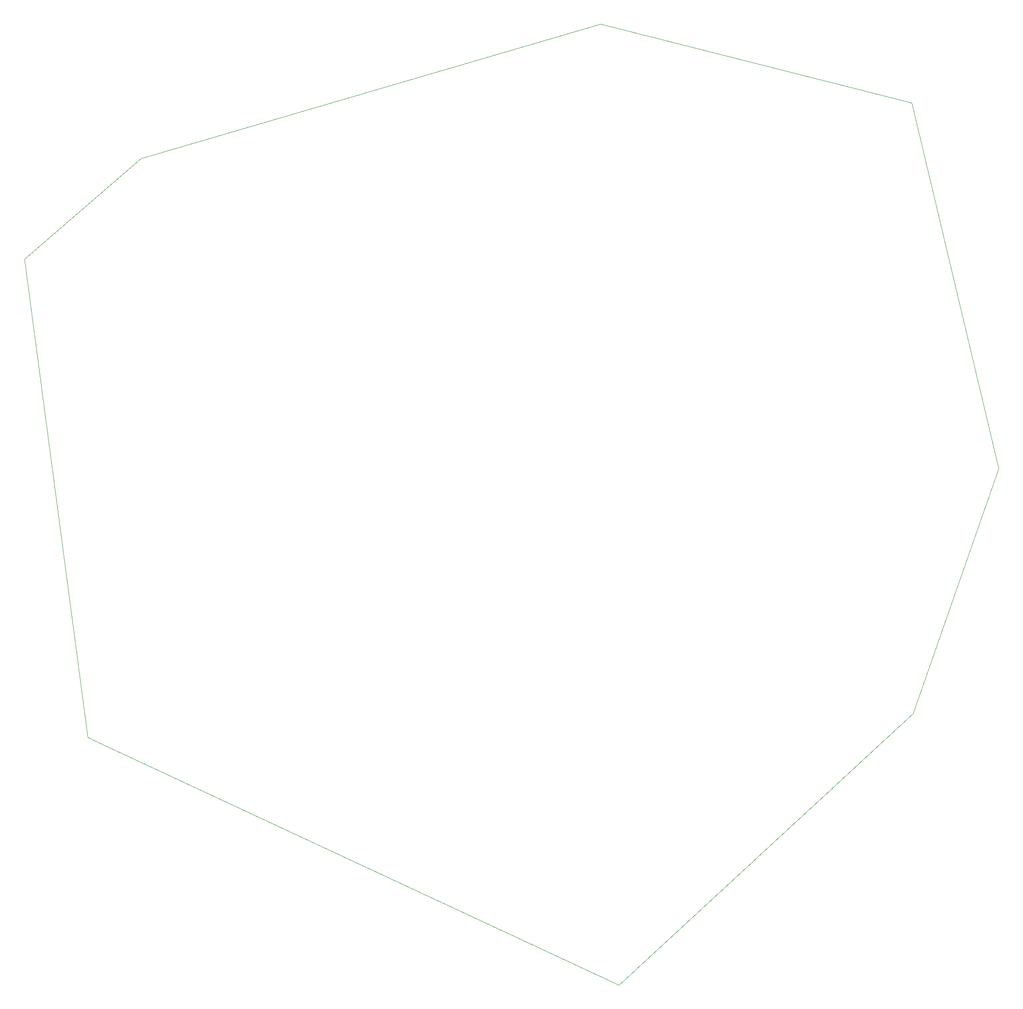
<source format=gbr>
%TF.GenerationSoftware,KiCad,Pcbnew,6.0.11-2627ca5db0~126~ubuntu22.04.1*%
%TF.CreationDate,2024-01-31T11:50:46+01:00*%
%TF.ProjectId,CrystalSequencer,43727973-7461-46c5-9365-7175656e6365,rev?*%
%TF.SameCoordinates,Original*%
%TF.FileFunction,Profile,NP*%
%FSLAX46Y46*%
G04 Gerber Fmt 4.6, Leading zero omitted, Abs format (unit mm)*
G04 Created by KiCad (PCBNEW 6.0.11-2627ca5db0~126~ubuntu22.04.1) date 2024-01-31 11:50:46*
%MOMM*%
%LPD*%
G01*
G04 APERTURE LIST*
%TA.AperFunction,Profile*%
%ADD10C,0.027903*%
%TD*%
G04 APERTURE END LIST*
D10*
X193699724Y-146705496D02*
X135552551Y-200389955D01*
X135552551Y-200389955D02*
X30442002Y-151448384D01*
X131879802Y-10416784D02*
X193451929Y-26028675D01*
X193451929Y-26028675D02*
X210656375Y-98297738D01*
X17942415Y-56886294D02*
X40982082Y-36974662D01*
X40982082Y-36974662D02*
X131879802Y-10416784D01*
X30442002Y-151448384D02*
X17942415Y-56886294D01*
X210656375Y-98297738D02*
X193699724Y-146705496D01*
M02*

</source>
